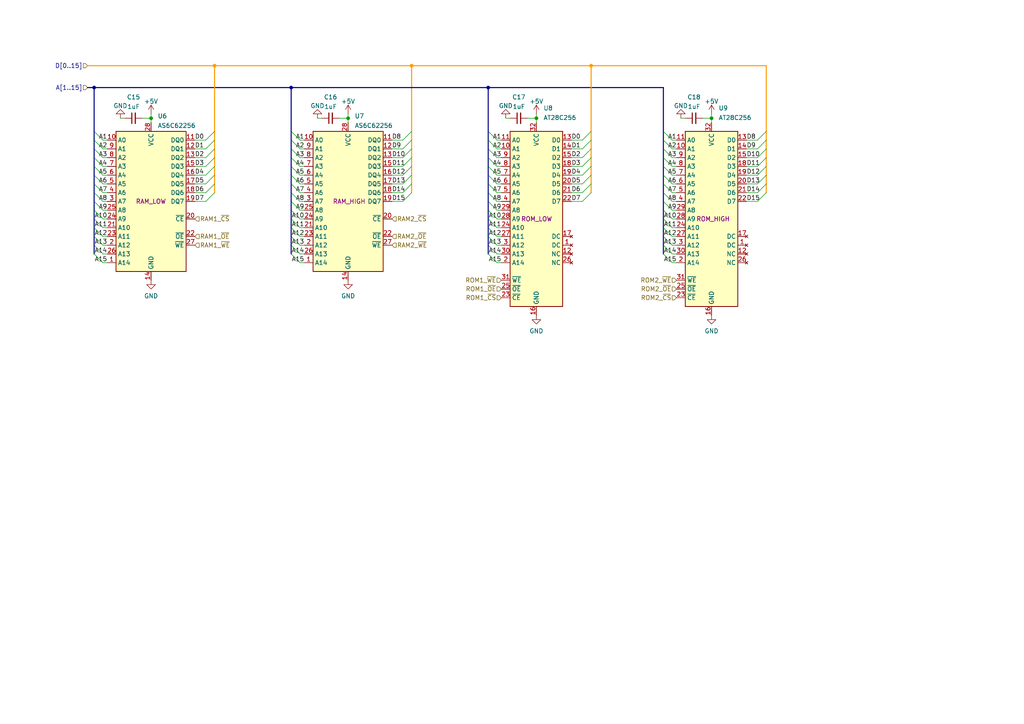
<source format=kicad_sch>
(kicad_sch (version 20211123) (generator eeschema)
  (paper "A4")
  (title_block (title "Memory Connections") (date "2022-02-02") (rev "2") (company "Jackson Miller") (comment 1 "2x 32kB RAM, 2x 32kB ROM"))
  (lib_symbols
    (symbol "Device:C_Small" (pin_numbers hide) (pin_names (offset 0.254) hide)
      (property "Reference" "C" (at 0.254 1.778 0))
      (property "Value" "C_Small" (at 0.254 -2.032 0))
      (symbol "C_Small_0_1"
        (polyline (pts (xy -1.524 -0.508) (xy 1.524 -0.508)) (stroke (width 0.3302)))
        (polyline (pts (xy -1.524 0.508) (xy 1.524 0.508)) (stroke (width 0.3048)))
      )
      (symbol "C_Small_1_1"
        (pin passive line (at 0 2.54 270) (length 2.032) (name "~") (number "1"))
        (pin passive line (at 0 -2.54 90) (length 2.032) (name "~") (number "2"))
      )
    )
    (symbol "MCD_Symbols:AS6C62256"
      (property "Reference" "U7" (at 2.0194 27.0617 0))
      (property "Value" "AS6C62256" (at 2.0194 24.2866 0))
      (property "Name" "RAM_HIGH" (at -4.445 0 0))
      (symbol "AS6C62256_0_0"
        (pin power_in line (at 0 -22.86 90) (length 2.54) (name "GND") (number "14"))
        (pin power_in line (at 0 22.86 270) (length 2.54) (name "VCC") (number "28"))
      )
      (symbol "AS6C62256_0_1"
        (rectangle (start -10.16 20.32) (end 10.16 -20.32) (stroke (width 0.254)) (fill (type background)))
      )
      (symbol "AS6C62256_1_1"
        (pin input line (at -12.7 -17.78 0) (length 2.54) (name "A14") (number "1"))
        (pin input line (at -12.7 17.78 0) (length 2.54) (name "A0") (number "10"))
        (pin tri_state line (at 12.7 17.78 180) (length 2.54) (name "DQ0") (number "11"))
        (pin tri_state line (at 12.7 15.24 180) (length 2.54) (name "DQ1") (number "12"))
        (pin tri_state line (at 12.7 12.7 180) (length 2.54) (name "DQ2") (number "13"))
        (pin tri_state line (at 12.7 10.16 180) (length 2.54) (name "DQ3") (number "15"))
        (pin tri_state line (at 12.7 7.62 180) (length 2.54) (name "DQ4") (number "16"))
        (pin tri_state line (at 12.7 5.08 180) (length 2.54) (name "DQ5") (number "17"))
        (pin tri_state line (at 12.7 2.54 180) (length 2.54) (name "DQ6") (number "18"))
        (pin tri_state line (at 12.7 0 180) (length 2.54) (name "DQ7") (number "19"))
        (pin input line (at -12.7 -12.7 0) (length 2.54) (name "A12") (number "2"))
        (pin input line (at 12.7 -5.08 180) (length 2.54) (name "~{CE}") (number "20"))
        (pin input line (at -12.7 -7.62 0) (length 2.54) (name "A10") (number "21"))
        (pin input line (at 12.7 -10.16 180) (length 2.54) (name "~{OE}") (number "22"))
        (pin input line (at -12.7 -10.16 0) (length 2.54) (name "A11") (number "23"))
        (pin input line (at -12.7 -5.08 0) (length 2.54) (name "A9") (number "24"))
        (pin input line (at -12.7 -2.54 0) (length 2.54) (name "A8") (number "25"))
        (pin input line (at -12.7 -15.24 0) (length 2.54) (name "A13") (number "26"))
        (pin input line (at 12.7 -12.7 180) (length 2.54) (name "~{WE}") (number "27"))
        (pin input line (at -12.7 0 0) (length 2.54) (name "A7") (number "3"))
        (pin input line (at -12.7 2.54 0) (length 2.54) (name "A6") (number "4"))
        (pin input line (at -12.7 5.08 0) (length 2.54) (name "A5") (number "5"))
        (pin input line (at -12.7 7.62 0) (length 2.54) (name "A4") (number "6"))
        (pin input line (at -12.7 10.16 0) (length 2.54) (name "A3") (number "7"))
        (pin input line (at -12.7 12.7 0) (length 2.54) (name "A2") (number "8"))
        (pin input line (at -12.7 15.24 0) (length 2.54) (name "A1") (number "9"))
      )
    )
    (symbol "MCD_Symbols:AT28C256"
      (property "Reference" "U?" (at 2.0194 29.3665 0))
      (property "Value" "AT28C256" (at 2.0194 26.5914 0))
      (symbol "AT28C256_0_0"
        (pin no_connect line (at 10.16 -7.62 180) (length 2.54) (name "DC") (number "1"))
        (pin input line (at -10.16 22.86 0) (length 2.54) (name "A0") (number "11"))
        (pin no_connect line (at 10.16 -10.16 180) (length 2.54) (name "NC") (number "12"))
        (pin no_connect line (at 10.16 -5.08 180) (length 2.54) (name "DC") (number "17"))
        (pin no_connect line (at 10.16 -12.7 180) (length 2.54) (name "NC") (number "26"))
      )
      (symbol "AT28C256_1_1"
        (rectangle (start -7.62 25.4) (end 7.62 -25.4) (stroke (width 0.254)) (fill (type background)))
        (pin input line (at -10.16 20.32 0) (length 2.54) (name "A1") (number "10"))
        (pin tri_state line (at 10.16 22.86 180) (length 2.54) (name "D0") (number "13"))
        (pin tri_state line (at 10.16 20.32 180) (length 2.54) (name "D1") (number "14"))
        (pin tri_state line (at 10.16 17.78 180) (length 2.54) (name "D2") (number "15"))
        (pin power_in line (at 0 -27.94 90) (length 2.54) (name "GND") (number "16"))
        (pin tri_state line (at 10.16 15.24 180) (length 2.54) (name "D3") (number "18"))
        (pin tri_state line (at 10.16 12.7 180) (length 2.54) (name "D4") (number "19"))
        (pin input line (at -10.16 -12.7 0) (length 2.54) (name "A14") (number "2"))
        (pin tri_state line (at 10.16 10.16 180) (length 2.54) (name "D5") (number "20"))
        (pin tri_state line (at 10.16 7.62 180) (length 2.54) (name "D6") (number "21"))
        (pin tri_state line (at 10.16 5.08 180) (length 2.54) (name "D7") (number "22"))
        (pin input line (at -10.16 -22.86 0) (length 2.54) (name "~{CE}") (number "23"))
        (pin input line (at -10.16 -2.54 0) (length 2.54) (name "A10") (number "24"))
        (pin input line (at -10.16 -20.32 0) (length 2.54) (name "~{OE}") (number "25"))
        (pin input line (at -10.16 -5.08 0) (length 2.54) (name "A11") (number "27"))
        (pin input line (at -10.16 0 0) (length 2.54) (name "A9") (number "28"))
        (pin input line (at -10.16 2.54 0) (length 2.54) (name "A8") (number "29"))
        (pin input line (at -10.16 -7.62 0) (length 2.54) (name "A12") (number "3"))
        (pin input line (at -10.16 -10.16 0) (length 2.54) (name "A13") (number "30"))
        (pin input line (at -10.16 -17.78 0) (length 2.54) (name "~{WE}") (number "31"))
        (pin power_in line (at 0 27.94 270) (length 2.54) (name "VCC") (number "32"))
        (pin input line (at -10.16 5.08 0) (length 2.54) (name "A7") (number "4"))
        (pin input line (at -10.16 7.62 0) (length 2.54) (name "A6") (number "5"))
        (pin input line (at -10.16 10.16 0) (length 2.54) (name "A5") (number "6"))
        (pin input line (at -10.16 12.7 0) (length 2.54) (name "A4") (number "7"))
        (pin input line (at -10.16 15.24 0) (length 2.54) (name "A3") (number "8"))
        (pin input line (at -10.16 17.78 0) (length 2.54) (name "A2") (number "9"))
      )
    )
    (symbol "power:+5V" (power) (pin_names (offset 0))
      (property "Value" "+5V" (at 0 3.556 0))
      (symbol "+5V_0_1"
        (polyline (pts (xy -0.762 1.27) (xy 0 2.54)))
        (polyline (pts (xy 0 0) (xy 0 2.54)))
        (polyline (pts (xy 0 2.54) (xy 0.762 1.27)))
      )
      (symbol "+5V_1_1"
        (pin power_in line (at 0 0 90) (length 0) hide (name "+5V") (number "1"))
      )
    )
    (symbol "power:GND" (power) (pin_names (offset 0))
      (property "Value" "GND" (at 0 -3.81 0))
      (symbol "GND_0_1"
        (polyline (pts (xy 0 0) (xy 0 -1.27) (xy 1.27 -1.27) (xy 0 -2.54) (xy -1.27 -1.27) (xy 0 -1.27)))
      )
      (symbol "GND_1_1"
        (pin power_in line (at 0 0 270) (length 0) hide (name "GND") (number "1"))
      )
    )
  )
  (junction (at 171.45 19.05) (color 255 153 0 1))
  (junction (at 141.605 25.4))
  (junction (at 119.38 19.05) (color 255 153 0 1))
  (junction (at 206.375 34.29))
  (junction (at 43.815 34.29))
  (junction (at 155.575 34.29))
  (junction (at 62.23 19.05) (color 255 153 0 1))
  (junction (at 27.305 25.4))
  (junction (at 84.455 25.4))
  (junction (at 100.965 34.29))
  (bus_entry (at 192.405 45.72) (size 2.54 2.54))
  (bus_entry (at 171.45 43.18) (size -2.54 2.54))
  (bus_entry (at 141.605 63.5) (size 2.54 2.54))
  (bus_entry (at 141.605 55.88) (size 2.54 2.54))
  (bus_entry (at 171.45 55.88) (size -2.54 2.54))
  (bus_entry (at 171.45 48.26) (size -2.54 2.54))
  (bus_entry (at 192.405 60.96) (size 2.54 2.54))
  (bus_entry (at 192.405 71.12) (size 2.54 2.54))
  (bus_entry (at 222.25 45.72) (size -2.54 2.54))
  (bus_entry (at 27.305 58.42) (size 2.54 2.54))
  (bus_entry (at 192.405 43.18) (size 2.54 2.54))
  (bus_entry (at 27.305 53.34) (size 2.54 2.54))
  (bus_entry (at 27.305 71.12) (size 2.54 2.54))
  (bus_entry (at 171.45 45.72) (size -2.54 2.54))
  (bus_entry (at 168.91 40.64) (size 2.54 -2.54))
  (bus_entry (at 192.405 68.58) (size 2.54 2.54))
  (bus_entry (at 222.25 43.18) (size -2.54 2.54))
  (bus_entry (at 222.25 40.64) (size -2.54 2.54))
  (bus_entry (at 222.25 50.8) (size -2.54 2.54))
  (bus_entry (at 84.455 60.96) (size 2.54 2.54))
  (bus_entry (at 27.305 45.72) (size 2.54 2.54))
  (bus_entry (at 119.38 50.8) (size -2.54 2.54))
  (bus_entry (at 62.23 43.18) (size -2.54 2.54))
  (bus_entry (at 222.25 55.88) (size -2.54 2.54))
  (bus_entry (at 27.305 38.1) (size 2.54 2.54))
  (bus_entry (at 84.455 55.88) (size 2.54 2.54))
  (bus_entry (at 119.38 53.34) (size -2.54 2.54))
  (bus_entry (at 141.605 38.1) (size 2.54 2.54))
  (bus_entry (at 27.305 60.96) (size 2.54 2.54))
  (bus_entry (at 84.455 50.8) (size 2.54 2.54))
  (bus_entry (at 141.605 48.26) (size 2.54 2.54))
  (bus_entry (at 84.455 40.64) (size 2.54 2.54))
  (bus_entry (at 84.455 48.26) (size 2.54 2.54))
  (bus_entry (at 192.405 58.42) (size 2.54 2.54))
  (bus_entry (at 222.25 53.34) (size -2.54 2.54))
  (bus_entry (at 84.455 73.66) (size 2.54 2.54))
  (bus_entry (at 141.605 53.34) (size 2.54 2.54))
  (bus_entry (at 62.23 55.88) (size -2.54 2.54))
  (bus_entry (at 59.69 40.64) (size 2.54 -2.54))
  (bus_entry (at 84.455 71.12) (size 2.54 2.54))
  (bus_entry (at 141.605 43.18) (size 2.54 2.54))
  (bus_entry (at 84.455 58.42) (size 2.54 2.54))
  (bus_entry (at 84.455 38.1) (size 2.54 2.54))
  (bus_entry (at 141.605 73.66) (size 2.54 2.54))
  (bus_entry (at 222.25 48.26) (size -2.54 2.54))
  (bus_entry (at 27.305 63.5) (size 2.54 2.54))
  (bus_entry (at 27.305 40.64) (size 2.54 2.54))
  (bus_entry (at 141.605 66.04) (size 2.54 2.54))
  (bus_entry (at 62.23 48.26) (size -2.54 2.54))
  (bus_entry (at 192.405 40.64) (size 2.54 2.54))
  (bus_entry (at 84.455 66.04) (size 2.54 2.54))
  (bus_entry (at 84.455 45.72) (size 2.54 2.54))
  (bus_entry (at 27.305 50.8) (size 2.54 2.54))
  (bus_entry (at 119.38 55.88) (size -2.54 2.54))
  (bus_entry (at 141.605 68.58) (size 2.54 2.54))
  (bus_entry (at 192.405 53.34) (size 2.54 2.54))
  (bus_entry (at 141.605 60.96) (size 2.54 2.54))
  (bus_entry (at 141.605 71.12) (size 2.54 2.54))
  (bus_entry (at 171.45 50.8) (size -2.54 2.54))
  (bus_entry (at 119.38 43.18) (size -2.54 2.54))
  (bus_entry (at 119.38 45.72) (size -2.54 2.54))
  (bus_entry (at 192.405 55.88) (size 2.54 2.54))
  (bus_entry (at 27.305 48.26) (size 2.54 2.54))
  (bus_entry (at 62.23 50.8) (size -2.54 2.54))
  (bus_entry (at 141.605 50.8) (size 2.54 2.54))
  (bus_entry (at 119.38 40.64) (size -2.54 2.54))
  (bus_entry (at 27.305 43.18) (size 2.54 2.54))
  (bus_entry (at 84.455 68.58) (size 2.54 2.54))
  (bus_entry (at 192.405 38.1) (size 2.54 2.54))
  (bus_entry (at 141.605 40.64) (size 2.54 2.54))
  (bus_entry (at 141.605 58.42) (size 2.54 2.54))
  (bus_entry (at 62.23 40.64) (size -2.54 2.54))
  (bus_entry (at 219.71 40.64) (size 2.54 -2.54))
  (bus_entry (at 171.45 40.64) (size -2.54 2.54))
  (bus_entry (at 27.305 66.04) (size 2.54 2.54))
  (bus_entry (at 27.305 73.66) (size 2.54 2.54))
  (bus_entry (at 27.305 55.88) (size 2.54 2.54))
  (bus_entry (at 171.45 53.34) (size -2.54 2.54))
  (bus_entry (at 119.38 48.26) (size -2.54 2.54))
  (bus_entry (at 84.455 53.34) (size 2.54 2.54))
  (bus_entry (at 62.23 53.34) (size -2.54 2.54))
  (bus_entry (at 116.84 40.64) (size 2.54 -2.54))
  (bus_entry (at 192.405 66.04) (size 2.54 2.54))
  (bus_entry (at 84.455 43.18) (size 2.54 2.54))
  (bus_entry (at 84.455 63.5) (size 2.54 2.54))
  (bus_entry (at 141.605 45.72) (size 2.54 2.54))
  (bus_entry (at 192.405 50.8) (size 2.54 2.54))
  (bus_entry (at 62.23 45.72) (size -2.54 2.54))
  (bus_entry (at 192.405 73.66) (size 2.54 2.54))
  (bus_entry (at 192.405 63.5) (size 2.54 2.54))
  (bus_entry (at 27.305 68.58) (size 2.54 2.54))
  (bus_entry (at 192.405 48.26) (size 2.54 2.54))
  (wire (pts (xy 116.84 48.26) (xy 113.665 48.26)))
  (wire (pts (xy 194.945 53.34) (xy 196.215 53.34)))
  (wire (pts (xy 144.145 60.96) (xy 145.415 60.96)))
  (wire (pts (xy 86.995 76.2) (xy 88.265 76.2)))
  (wire (pts (xy 93.345 34.29) (xy 92.075 34.29)))
  (wire (pts (xy 194.945 66.04) (xy 196.215 66.04)))
  (bus (pts (xy 222.25 53.34) (xy 222.25 55.88)) (stroke (width 0) (color 255 153 0 1)))
  (wire (pts (xy 86.995 50.8) (xy 88.265 50.8)))
  (bus (pts (xy 84.455 68.58) (xy 84.455 71.12)))
  (wire (pts (xy 86.995 45.72) (xy 88.265 45.72)))
  (bus (pts (xy 62.23 38.1) (xy 62.23 19.05)) (stroke (width 0) (color 255 153 0 1)))
  (bus (pts (xy 27.305 71.12) (xy 27.305 73.66)))
  (bus (pts (xy 84.455 48.26) (xy 84.455 50.8)))
  (wire (pts (xy 56.515 40.64) (xy 59.69 40.64)))
  (wire (pts (xy 29.845 71.12) (xy 31.115 71.12)))
  (bus (pts (xy 141.605 40.64) (xy 141.605 43.18)))
  (bus (pts (xy 84.455 38.1) (xy 84.455 40.64)))
  (wire (pts (xy 113.665 40.64) (xy 116.84 40.64)))
  (bus (pts (xy 192.405 38.1) (xy 192.405 40.64)))
  (wire (pts (xy 86.995 43.18) (xy 88.265 43.18)))
  (bus (pts (xy 27.305 53.34) (xy 27.305 55.88)))
  (bus (pts (xy 192.405 50.8) (xy 192.405 53.34)))
  (bus (pts (xy 84.455 55.88) (xy 84.455 58.42)))
  (bus (pts (xy 222.25 40.64) (xy 222.25 43.18)) (stroke (width 0) (color 255 153 0 1)))
  (bus (pts (xy 222.25 50.8) (xy 222.25 53.34)) (stroke (width 0) (color 255 153 0 1)))
  (bus (pts (xy 141.605 55.88) (xy 141.605 58.42)))
  (bus (pts (xy 27.305 38.1) (xy 27.305 40.64)))
  (bus (pts (xy 27.305 58.42) (xy 27.305 60.96)))
  (bus (pts (xy 171.45 45.72) (xy 171.45 48.26)) (stroke (width 0) (color 255 153 0 1)))
  (bus (pts (xy 141.605 66.04) (xy 141.605 68.58)))
  (bus (pts (xy 119.38 19.05) (xy 171.45 19.05)) (stroke (width 0) (color 255 153 0 1)))
  (bus (pts (xy 84.455 53.34) (xy 84.455 55.88)))
  (bus (pts (xy 27.305 55.88) (xy 27.305 58.42)))
  (bus (pts (xy 141.605 60.96) (xy 141.605 63.5)))
  (wire (pts (xy 86.995 71.12) (xy 88.265 71.12)))
  (wire (pts (xy 116.84 50.8) (xy 113.665 50.8)))
  (wire (pts (xy 219.71 55.88) (xy 216.535 55.88)))
  (wire (pts (xy 86.995 53.34) (xy 88.265 53.34)))
  (bus (pts (xy 141.605 58.42) (xy 141.605 60.96)))
  (wire (pts (xy 194.945 45.72) (xy 196.215 45.72)))
  (wire (pts (xy 144.145 73.66) (xy 145.415 73.66)))
  (wire (pts (xy 168.91 58.42) (xy 165.735 58.42)))
  (wire (pts (xy 29.845 58.42) (xy 31.115 58.42)))
  (wire (pts (xy 219.71 45.72) (xy 216.535 45.72)))
  (wire (pts (xy 98.425 34.29) (xy 100.965 34.29)))
  (wire (pts (xy 59.69 45.72) (xy 56.515 45.72)))
  (wire (pts (xy 144.145 45.72) (xy 145.415 45.72)))
  (bus (pts (xy 84.455 25.4) (xy 84.455 38.1)))
  (bus (pts (xy 192.405 53.34) (xy 192.405 55.88)))
  (bus (pts (xy 84.455 43.18) (xy 84.455 45.72)))
  (bus (pts (xy 192.405 58.42) (xy 192.405 60.96)))
  (wire (pts (xy 206.375 34.29) (xy 206.375 33.02)))
  (bus (pts (xy 84.455 25.4) (xy 141.605 25.4)))
  (bus (pts (xy 27.305 40.64) (xy 27.305 43.18)))
  (wire (pts (xy 219.71 43.18) (xy 216.535 43.18)))
  (wire (pts (xy 219.71 58.42) (xy 216.535 58.42)))
  (bus (pts (xy 141.605 50.8) (xy 141.605 53.34)))
  (wire (pts (xy 144.145 43.18) (xy 145.415 43.18)))
  (wire (pts (xy 168.91 45.72) (xy 165.735 45.72)))
  (wire (pts (xy 59.69 55.88) (xy 56.515 55.88)))
  (wire (pts (xy 29.845 43.18) (xy 31.115 43.18)))
  (wire (pts (xy 29.845 68.58) (xy 31.115 68.58)))
  (wire (pts (xy 86.995 68.58) (xy 88.265 68.58)))
  (wire (pts (xy 165.735 40.64) (xy 168.91 40.64)))
  (bus (pts (xy 27.305 45.72) (xy 27.305 48.26)))
  (bus (pts (xy 171.45 50.8) (xy 171.45 53.34)) (stroke (width 0) (color 255 153 0 1)))
  (bus (pts (xy 27.305 43.18) (xy 27.305 45.72)))
  (wire (pts (xy 100.965 35.56) (xy 100.965 34.29)))
  (bus (pts (xy 62.23 50.8) (xy 62.23 53.34)) (stroke (width 0) (color 255 153 0 1)))
  (bus (pts (xy 25.4 19.05) (xy 62.23 19.05)) (stroke (width 0) (color 255 153 0 1)))
  (wire (pts (xy 86.995 48.26) (xy 88.265 48.26)))
  (wire (pts (xy 144.145 63.5) (xy 145.415 63.5)))
  (bus (pts (xy 62.23 38.1) (xy 62.23 40.64)) (stroke (width 0) (color 255 153 0 1)))
  (bus (pts (xy 62.23 19.05) (xy 119.38 19.05)) (stroke (width 0) (color 255 153 0 1)))
  (bus (pts (xy 141.605 38.1) (xy 141.605 40.64)))
  (wire (pts (xy 194.945 68.58) (xy 196.215 68.58)))
  (wire (pts (xy 116.84 53.34) (xy 113.665 53.34)))
  (wire (pts (xy 194.945 76.2) (xy 196.215 76.2)))
  (wire (pts (xy 147.955 34.29) (xy 146.685 34.29)))
  (wire (pts (xy 116.84 45.72) (xy 113.665 45.72)))
  (bus (pts (xy 192.405 68.58) (xy 192.405 71.12)))
  (wire (pts (xy 29.845 63.5) (xy 31.115 63.5)))
  (wire (pts (xy 216.535 40.64) (xy 219.71 40.64)))
  (wire (pts (xy 59.69 58.42) (xy 56.515 58.42)))
  (wire (pts (xy 86.995 60.96) (xy 88.265 60.96)))
  (wire (pts (xy 203.835 34.29) (xy 206.375 34.29)))
  (bus (pts (xy 119.38 19.05) (xy 119.38 38.1)) (stroke (width 0) (color 255 153 0 1)))
  (bus (pts (xy 222.25 38.1) (xy 222.25 40.64)) (stroke (width 0) (color 255 153 0 1)))
  (bus (pts (xy 84.455 58.42) (xy 84.455 60.96)))
  (bus (pts (xy 119.38 48.26) (xy 119.38 50.8)) (stroke (width 0) (color 255 153 0 1)))
  (bus (pts (xy 192.405 43.18) (xy 192.405 45.72)))
  (bus (pts (xy 192.405 66.04) (xy 192.405 68.58)))
  (bus (pts (xy 171.45 40.64) (xy 171.45 43.18)) (stroke (width 0) (color 255 153 0 1)))
  (wire (pts (xy 144.145 53.34) (xy 145.415 53.34)))
  (bus (pts (xy 192.405 48.26) (xy 192.405 50.8)))
  (wire (pts (xy 116.84 55.88) (xy 113.665 55.88)))
  (bus (pts (xy 141.605 45.72) (xy 141.605 48.26)))
  (bus (pts (xy 141.605 71.12) (xy 141.605 73.66)))
  (wire (pts (xy 29.845 45.72) (xy 31.115 45.72)))
  (bus (pts (xy 141.605 48.26) (xy 141.605 50.8)))
  (wire (pts (xy 194.945 48.26) (xy 196.215 48.26)))
  (wire (pts (xy 86.995 73.66) (xy 88.265 73.66)))
  (wire (pts (xy 194.945 50.8) (xy 196.215 50.8)))
  (bus (pts (xy 62.23 40.64) (xy 62.23 43.18)) (stroke (width 0) (color 255 153 0 1)))
  (wire (pts (xy 86.995 55.88) (xy 88.265 55.88)))
  (bus (pts (xy 222.25 43.18) (xy 222.25 45.72)) (stroke (width 0) (color 255 153 0 1)))
  (wire (pts (xy 41.275 34.29) (xy 43.815 34.29)))
  (wire (pts (xy 86.995 63.5) (xy 88.265 63.5)))
  (bus (pts (xy 171.45 53.34) (xy 171.45 55.88)) (stroke (width 0) (color 255 153 0 1)))
  (bus (pts (xy 62.23 48.26) (xy 62.23 50.8)) (stroke (width 0) (color 255 153 0 1)))
  (wire (pts (xy 86.995 40.64) (xy 88.265 40.64)))
  (bus (pts (xy 27.305 68.58) (xy 27.305 71.12)))
  (wire (pts (xy 144.145 71.12) (xy 145.415 71.12)))
  (wire (pts (xy 194.945 55.88) (xy 196.215 55.88)))
  (bus (pts (xy 119.38 50.8) (xy 119.38 53.34)) (stroke (width 0) (color 255 153 0 1)))
  (bus (pts (xy 171.45 48.26) (xy 171.45 50.8)) (stroke (width 0) (color 255 153 0 1)))
  (wire (pts (xy 194.945 73.66) (xy 196.215 73.66)))
  (wire (pts (xy 168.91 55.88) (xy 165.735 55.88)))
  (wire (pts (xy 219.71 50.8) (xy 216.535 50.8)))
  (wire (pts (xy 219.71 48.26) (xy 216.535 48.26)))
  (bus (pts (xy 222.25 45.72) (xy 222.25 48.26)) (stroke (width 0) (color 255 153 0 1)))
  (bus (pts (xy 171.45 43.18) (xy 171.45 45.72)) (stroke (width 0) (color 255 153 0 1)))
  (bus (pts (xy 119.38 53.34) (xy 119.38 55.88)) (stroke (width 0) (color 255 153 0 1)))
  (wire (pts (xy 198.755 34.29) (xy 197.485 34.29)))
  (wire (pts (xy 155.575 35.56) (xy 155.575 34.29)))
  (wire (pts (xy 194.945 71.12) (xy 196.215 71.12)))
  (bus (pts (xy 192.405 25.4) (xy 192.405 38.1)))
  (bus (pts (xy 84.455 66.04) (xy 84.455 68.58)))
  (wire (pts (xy 59.69 43.18) (xy 56.515 43.18)))
  (bus (pts (xy 192.405 45.72) (xy 192.405 48.26)))
  (wire (pts (xy 29.845 60.96) (xy 31.115 60.96)))
  (bus (pts (xy 27.305 50.8) (xy 27.305 53.34)))
  (bus (pts (xy 141.605 63.5) (xy 141.605 66.04)))
  (bus (pts (xy 141.605 43.18) (xy 141.605 45.72)))
  (bus (pts (xy 84.455 60.96) (xy 84.455 63.5)))
  (bus (pts (xy 84.455 45.72) (xy 84.455 48.26)))
  (bus (pts (xy 192.405 40.64) (xy 192.405 43.18)))
  (wire (pts (xy 59.69 50.8) (xy 56.515 50.8)))
  (bus (pts (xy 192.405 60.96) (xy 192.405 63.5)))
  (wire (pts (xy 144.145 55.88) (xy 145.415 55.88)))
  (bus (pts (xy 192.405 63.5) (xy 192.405 66.04)))
  (bus (pts (xy 84.455 50.8) (xy 84.455 53.34)))
  (wire (pts (xy 100.965 34.29) (xy 100.965 33.02)))
  (wire (pts (xy 29.845 73.66) (xy 31.115 73.66)))
  (wire (pts (xy 168.91 50.8) (xy 165.735 50.8)))
  (wire (pts (xy 168.91 43.18) (xy 165.735 43.18)))
  (bus (pts (xy 141.605 68.58) (xy 141.605 71.12)))
  (wire (pts (xy 219.71 53.34) (xy 216.535 53.34)))
  (wire (pts (xy 29.845 40.64) (xy 31.115 40.64)))
  (wire (pts (xy 194.945 43.18) (xy 196.215 43.18)))
  (bus (pts (xy 84.455 40.64) (xy 84.455 43.18)))
  (wire (pts (xy 168.91 48.26) (xy 165.735 48.26)))
  (bus (pts (xy 119.38 43.18) (xy 119.38 45.72)) (stroke (width 0) (color 255 153 0 1)))
  (wire (pts (xy 29.845 53.34) (xy 31.115 53.34)))
  (wire (pts (xy 43.815 35.56) (xy 43.815 34.29)))
  (bus (pts (xy 171.45 38.1) (xy 171.45 40.64)) (stroke (width 0) (color 255 153 0 1)))
  (bus (pts (xy 119.38 45.72) (xy 119.38 48.26)) (stroke (width 0) (color 255 153 0 1)))
  (bus (pts (xy 84.455 71.12) (xy 84.455 73.66)))
  (wire (pts (xy 144.145 76.2) (xy 145.415 76.2)))
  (wire (pts (xy 144.145 48.26) (xy 145.415 48.26)))
  (bus (pts (xy 27.305 60.96) (xy 27.305 63.5)))
  (wire (pts (xy 144.145 50.8) (xy 145.415 50.8)))
  (bus (pts (xy 27.305 63.5) (xy 27.305 66.04)))
  (bus (pts (xy 27.305 48.26) (xy 27.305 50.8)))
  (wire (pts (xy 194.945 60.96) (xy 196.215 60.96)))
  (bus (pts (xy 222.25 48.26) (xy 222.25 50.8)) (stroke (width 0) (color 255 153 0 1)))
  (wire (pts (xy 59.69 48.26) (xy 56.515 48.26)))
  (bus (pts (xy 141.605 53.34) (xy 141.605 55.88)))
  (wire (pts (xy 194.945 58.42) (xy 196.215 58.42)))
  (bus (pts (xy 62.23 53.34) (xy 62.23 55.88)) (stroke (width 0) (color 255 153 0 1)))
  (bus (pts (xy 141.605 25.4) (xy 141.605 38.1)))
  (wire (pts (xy 116.84 43.18) (xy 113.665 43.18)))
  (bus (pts (xy 141.605 25.4) (xy 192.405 25.4)))
  (bus (pts (xy 27.305 25.4) (xy 84.455 25.4)))
  (wire (pts (xy 144.145 58.42) (xy 145.415 58.42)))
  (bus (pts (xy 192.405 55.88) (xy 192.405 58.42)))
  (bus (pts (xy 119.38 38.1) (xy 119.38 40.64)) (stroke (width 0) (color 255 153 0 1)))
  (wire (pts (xy 29.845 66.04) (xy 31.115 66.04)))
  (wire (pts (xy 155.575 34.29) (xy 155.575 33.02)))
  (wire (pts (xy 206.375 35.56) (xy 206.375 34.29)))
  (wire (pts (xy 86.995 66.04) (xy 88.265 66.04)))
  (bus (pts (xy 62.23 45.72) (xy 62.23 48.26)) (stroke (width 0) (color 255 153 0 1)))
  (wire (pts (xy 153.035 34.29) (xy 155.575 34.29)))
  (wire (pts (xy 168.91 53.34) (xy 165.735 53.34)))
  (wire (pts (xy 29.845 76.2) (xy 31.115 76.2)))
  (bus (pts (xy 192.405 71.12) (xy 192.405 73.66)))
  (wire (pts (xy 86.995 58.42) (xy 88.265 58.42)))
  (wire (pts (xy 194.945 40.64) (xy 196.215 40.64)))
  (wire (pts (xy 144.145 66.04) (xy 145.415 66.04)))
  (bus (pts (xy 84.455 63.5) (xy 84.455 66.04)))
  (bus (pts (xy 62.23 43.18) (xy 62.23 45.72)) (stroke (width 0) (color 255 153 0 1)))
  (bus (pts (xy 119.38 40.64) (xy 119.38 43.18)) (stroke (width 0) (color 255 153 0 1)))
  (wire (pts (xy 116.84 58.42) (xy 113.665 58.42)))
  (wire (pts (xy 29.845 48.26) (xy 31.115 48.26)))
  (bus (pts (xy 25.4 25.4) (xy 27.305 25.4)))
  (bus (pts (xy 171.45 19.05) (xy 222.25 19.05)) (stroke (width 0) (color 255 153 0 1)))
  (wire (pts (xy 144.145 40.64) (xy 145.415 40.64)))
  (wire (pts (xy 29.845 50.8) (xy 31.115 50.8)))
  (bus (pts (xy 27.305 66.04) (xy 27.305 68.58)))
  (bus (pts (xy 27.305 25.4) (xy 27.305 38.1)))
  (wire (pts (xy 36.195 34.29) (xy 34.925 34.29)))
  (bus (pts (xy 222.25 19.05) (xy 222.25 38.1)) (stroke (width 0) (color 255 153 0 1)))
  (wire (pts (xy 29.845 55.88) (xy 31.115 55.88)))
  (wire (pts (xy 194.945 63.5) (xy 196.215 63.5)))
  (bus (pts (xy 171.45 19.05) (xy 171.45 38.1)) (stroke (width 0) (color 255 153 0 1)))
  (wire (pts (xy 59.69 53.34) (xy 56.515 53.34)))
  (wire (pts (xy 144.145 68.58) (xy 145.415 68.58)))
  (wire (pts (xy 43.815 34.29) (xy 43.815 33.02)))
  (label "A12" (at 145.415 68.58 180))
  (label "A4" (at 196.215 48.26 180))
  (label "D3" (at 165.735 48.26 0))
  (label "A4" (at 145.415 48.26 180))
  (label "A5" (at 145.415 50.8 180))
  (label "A13" (at 88.265 71.12 180))
  (label "A15" (at 31.115 76.2 180))
  (label "A7" (at 196.215 55.88 180))
  (label "A7" (at 145.415 55.88 180))
  (label "D1" (at 56.515 43.18 0))
  (label "A2" (at 145.415 43.18 180))
  (label "A13" (at 145.415 71.12 180))
  (label "A10" (at 196.215 63.5 180))
  (label "A6" (at 31.115 53.34 180))
  (label "A11" (at 88.265 66.04 180))
  (label "A5" (at 31.115 50.8 180))
  (label "D9" (at 113.665 43.18 0))
  (label "A8" (at 196.215 58.42 180))
  (label "A12" (at 88.265 68.58 180))
  (label "D2" (at 165.735 45.72 0))
  (label "D3" (at 56.515 48.26 0))
  (label "A15" (at 145.415 76.2 180))
  (label "A3" (at 196.215 45.72 180))
  (label "A14" (at 88.265 73.66 180))
  (label "D10" (at 216.535 45.72 0))
  (label "D0" (at 56.515 40.64 0))
  (label "D14" (at 216.535 55.88 0))
  (label "A6" (at 145.415 53.34 180))
  (label "A15" (at 196.215 76.2 180))
  (label "A4" (at 88.265 48.26 180))
  (label "A8" (at 88.265 58.42 180))
  (label "D5" (at 165.735 53.34 0))
  (label "A5" (at 196.215 50.8 180))
  (label "A12" (at 196.215 68.58 180))
  (label "D14" (at 113.665 55.88 0))
  (label "D15" (at 113.665 58.42 0))
  (label "D4" (at 56.515 50.8 0))
  (label "D4" (at 165.735 50.8 0))
  (label "A9" (at 88.265 60.96 180))
  (label "D9" (at 216.535 43.18 0))
  (label "A3" (at 88.265 45.72 180))
  (label "A4" (at 31.115 48.26 180))
  (label "A9" (at 31.115 60.96 180))
  (label "D2" (at 56.515 45.72 0))
  (label "A10" (at 145.415 63.5 180))
  (label "A1" (at 196.215 40.64 180))
  (label "D7" (at 165.735 58.42 0))
  (label "A6" (at 88.265 53.34 180))
  (label "A2" (at 196.215 43.18 180))
  (label "D1" (at 165.735 43.18 0))
  (label "A10" (at 31.115 63.5 180))
  (label "A14" (at 31.115 73.66 180))
  (label "A1" (at 88.265 40.64 180))
  (label "D13" (at 113.665 53.34 0))
  (label "D12" (at 216.535 50.8 0))
  (label "A3" (at 145.415 45.72 180))
  (label "A6" (at 196.215 53.34 180))
  (label "D7" (at 56.515 58.42 0))
  (label "A12" (at 31.115 68.58 180))
  (label "D12" (at 113.665 50.8 0))
  (label "D11" (at 113.665 48.26 0))
  (label "A2" (at 88.265 43.18 180))
  (label "D13" (at 216.535 53.34 0))
  (label "D5" (at 56.515 53.34 0))
  (label "A1" (at 31.115 40.64 180))
  (label "A11" (at 145.415 66.04 180))
  (label "A15" (at 88.265 76.2 180))
  (label "A9" (at 145.415 60.96 180))
  (label "A8" (at 145.415 58.42 180))
  (label "A7" (at 88.265 55.88 180))
  (label "D10" (at 113.665 45.72 0))
  (label "A14" (at 145.415 73.66 180))
  (label "D15" (at 216.535 58.42 0))
  (label "A9" (at 196.215 60.96 180))
  (label "A7" (at 31.115 55.88 180))
  (label "A13" (at 196.215 71.12 180))
  (label "A5" (at 88.265 50.8 180))
  (label "D0" (at 165.735 40.64 0))
  (label "A14" (at 196.215 73.66 180))
  (label "A11" (at 196.215 66.04 180))
  (label "D8" (at 216.535 40.64 0))
  (label "D6" (at 165.735 55.88 0))
  (label "D11" (at 216.535 48.26 0))
  (label "A1" (at 145.415 40.64 180))
  (label "A11" (at 31.115 66.04 180))
  (label "A8" (at 31.115 58.42 180))
  (label "A2" (at 31.115 43.18 180))
  (label "D8" (at 113.665 40.64 0))
  (label "A3" (at 31.115 45.72 180))
  (label "A10" (at 88.265 63.5 180))
  (label "D6" (at 56.515 55.88 0))
  (label "A13" (at 31.115 71.12 180))
  (hierarchical_label "ROM1_~{WE}" (shape input) (at 145.415 81.28 180))
  (hierarchical_label "ROM2_~{OE}" (shape input) (at 196.215 83.82 180))
  (hierarchical_label "RAM1_~{OE}" (shape input) (at 56.515 68.58 0))
  (hierarchical_label "ROM1_~{CS}" (shape input) (at 145.415 86.36 180))
  (hierarchical_label "ROM1_~{OE}" (shape input) (at 145.415 83.82 180))
  (hierarchical_label "RAM2_~{CS}" (shape input) (at 113.665 63.5 0))
  (hierarchical_label "RAM1_~{CS}" (shape input) (at 56.515 63.5 0))
  (hierarchical_label "A[1..15]" (shape input) (at 25.4 25.4 180))
  (hierarchical_label "D[0..15]" (shape input) (at 25.4 19.05 180))
  (hierarchical_label "RAM2_~{WE}" (shape input) (at 113.665 71.12 0))
  (hierarchical_label "ROM2_~{CS}" (shape input) (at 196.215 86.36 180))
  (hierarchical_label "RAM1_~{WE}" (shape input) (at 56.515 71.12 0))
  (hierarchical_label "ROM2_~{WE}" (shape input) (at 196.215 81.28 180))
  (hierarchical_label "RAM2_~{OE}" (shape input) (at 113.665 68.58 0))
  (symbol (lib_id "MCD_Symbols:AT28C256") (at 206.375 63.5 0) (unit 1)
    (property "Reference" "U9" (at 208.3944 31.3583 0) (effects (justify left)))
    (property "Value" "AT28C256" (at 208.3944 34.1334 0) (effects (justify left)))
    (property "Footprint" "Package_LCC:PLCC-32_THT-Socket" (effects hide))
    (property "Datasheet" "https://ww1.microchip.com/downloads/en/DeviceDoc/AT28C256-%E2%80%93-Industrial-Grade-256-Kbit-(32,768-x-8)-Paged-Parallel-EEPROM.pdf" (effects hide))
    (property "Name" "ROM_HIGH" (at 201.93 63.5 0) (effects (justify left)))
  )
  (symbol (lib_id "power:GND") (at 155.575 91.44 0) (unit 1)
    (property "Reference" "#PWR047" (effects hide))
    (property "Value" "GND" (at 155.575 96.0025 0))
  )
  (symbol (lib_id "power:GND") (at 206.375 91.44 0) (unit 1)
    (property "Reference" "#PWR048" (effects hide))
    (property "Value" "GND" (at 206.375 96.0025 0))
  )
  (symbol (lib_id "MCD_Symbols:AS6C62256") (at 43.815 58.42 0) (unit 1)
    (property "Reference" "U6" (at 45.72 33.655 0) (effects (justify left)))
    (property "Value" "AS6C62256" (at 45.72 36.4301 0) (effects (justify left)))
    (property "Footprint" "Package_DIP:DIP-28_W15.24mm_Socket_LongPads" (effects hide))
    (property "Datasheet" "www.alliancememory.com/wp-content/uploads/pdf/AS6C62256.pdf" (effects hide))
    (property "Name" "RAM_LOW" (at 39.37 58.42 0) (effects (justify left)))
  )
  (symbol (lib_id "Device:C_Small") (at 95.885 34.29 90) (unit 1)
    (property "Reference" "C16" (at 95.885 28.1645 90))
    (property "Value" "1uF" (at 95.885 30.9396 90))
    (property "Footprint" "Capacitor_SMD:C_0805_2012Metric_Pad1.18x1.45mm_HandSolder" (effects hide))
    (property "Name" "CL21B105KAFNNNE" (effects hide))
  )
  (symbol (lib_id "MCD_Symbols:AT28C256") (at 155.575 63.5 0) (unit 1)
    (property "Reference" "U8" (at 157.5944 31.3583 0) (effects (justify left)))
    (property "Value" "AT28C256" (at 157.5944 34.1334 0) (effects (justify left)))
    (property "Footprint" "Package_LCC:PLCC-32_THT-Socket" (effects hide))
    (property "Datasheet" "https://ww1.microchip.com/downloads/en/DeviceDoc/AT28C256-%E2%80%93-Industrial-Grade-256-Kbit-(32,768-x-8)-Paged-Parallel-EEPROM.pdf" (effects hide))
    (property "Name" "ROM_LOW" (at 151.13 63.5 0) (effects (justify left)))
  )
  (symbol (lib_id "power:+5V") (at 206.375 33.02 0) (unit 1)
    (property "Reference" "#PWR040" (effects hide))
    (property "Value" "+5V" (at 206.375 29.4155 0))
  )
  (symbol (lib_id "power:GND") (at 100.965 81.28 0) (unit 1)
    (property "Reference" "#PWR046" (effects hide))
    (property "Value" "GND" (at 100.965 85.8425 0))
  )
  (symbol (lib_id "power:GND") (at 146.685 34.29 180) (unit 1)
    (property "Reference" "#PWR043" (effects hide))
    (property "Value" "GND" (at 146.685 30.6855 0))
  )
  (symbol (lib_id "Device:C_Small") (at 150.495 34.29 90) (unit 1)
    (property "Reference" "C17" (at 150.495 28.1645 90))
    (property "Value" "1uF" (at 150.495 30.9396 90))
    (property "Footprint" "Capacitor_SMD:C_0805_2012Metric_Pad1.18x1.45mm_HandSolder" (effects hide))
    (property "Name" "CL21B105KAFNNNE" (effects hide))
  )
  (symbol (lib_id "Device:C_Small") (at 201.295 34.29 90) (unit 1)
    (property "Reference" "C18" (at 201.295 28.1645 90))
    (property "Value" "1uF" (at 201.295 30.9396 90))
    (property "Footprint" "Capacitor_SMD:C_0805_2012Metric_Pad1.18x1.45mm_HandSolder" (effects hide))
    (property "Name" "CL21B105KAFNNNE" (effects hide))
  )
  (symbol (lib_id "power:+5V") (at 100.965 33.02 0) (unit 1)
    (property "Reference" "#PWR038" (effects hide))
    (property "Value" "+5V" (at 100.965 29.4155 0))
  )
  (symbol (lib_id "Device:C_Small") (at 38.735 34.29 90) (unit 1)
    (property "Reference" "C15" (at 38.735 28.1645 90))
    (property "Value" "1uF" (at 38.735 30.9396 90))
    (property "Footprint" "Capacitor_SMD:C_0805_2012Metric_Pad1.18x1.45mm_HandSolder" (effects hide))
    (property "Name" "CL21B105KAFNNNE" (effects hide))
  )
  (symbol (lib_id "power:GND") (at 197.485 34.29 180) (unit 1)
    (property "Reference" "#PWR044" (effects hide))
    (property "Value" "GND" (at 197.485 30.6855 0))
  )
  (symbol (lib_id "power:+5V") (at 155.575 33.02 0) (unit 1)
    (property "Reference" "#PWR039" (effects hide))
    (property "Value" "+5V" (at 155.575 29.4155 0))
  )
  (symbol (lib_id "power:GND") (at 43.815 81.28 0) (unit 1)
    (property "Reference" "#PWR045" (effects hide))
    (property "Value" "GND" (at 43.815 85.8425 0))
  )
  (symbol (lib_id "power:GND") (at 92.075 34.29 180) (unit 1)
    (property "Reference" "#PWR042" (effects hide))
    (property "Value" "GND" (at 92.075 30.6855 0))
  )
  (symbol (lib_id "MCD_Symbols:AS6C62256") (at 100.965 58.42 0) (unit 1)
    (property "Reference" "U7" (at 102.87 33.655 0) (effects (justify left)))
    (property "Value" "AS6C62256" (at 102.87 36.4301 0) (effects (justify left)))
    (property "Footprint" "Package_DIP:DIP-28_W15.24mm_Socket_LongPads" (effects hide))
    (property "Datasheet" "www.alliancememory.com/wp-content/uploads/pdf/AS6C62256.pdf" (effects hide))
    (property "Name" "RAM_HIGH" (at 96.52 58.42 0) (effects (justify left)))
  )
  (symbol (lib_id "power:+5V") (at 43.815 33.02 0) (unit 1)
    (property "Reference" "#PWR037" (effects hide))
    (property "Value" "+5V" (at 43.815 29.4155 0))
  )
  (symbol (lib_id "power:GND") (at 34.925 34.29 180) (unit 1)
    (property "Reference" "#PWR041" (effects hide))
    (property "Value" "GND" (at 34.925 30.6855 0))
  )
)
</source>
